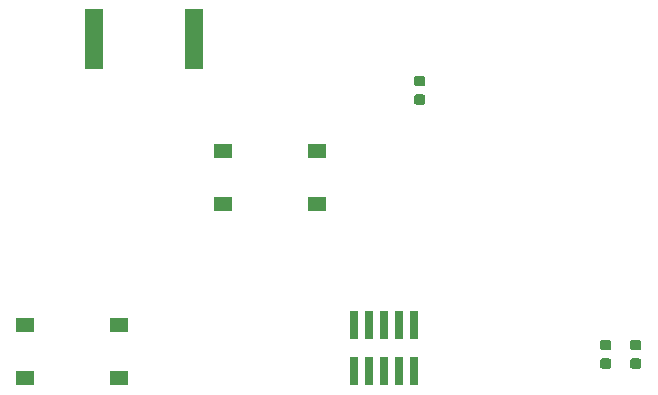
<source format=gbr>
G04 #@! TF.GenerationSoftware,KiCad,Pcbnew,(5.1.5)-3*
G04 #@! TF.CreationDate,2020-05-26T07:58:25-06:00*
G04 #@! TF.ProjectId,keeb,6b656562-2e6b-4696-9361-645f70636258,rev?*
G04 #@! TF.SameCoordinates,Original*
G04 #@! TF.FileFunction,Paste,Top*
G04 #@! TF.FilePolarity,Positive*
%FSLAX46Y46*%
G04 Gerber Fmt 4.6, Leading zero omitted, Abs format (unit mm)*
G04 Created by KiCad (PCBNEW (5.1.5)-3) date 2020-05-26 07:58:25*
%MOMM*%
%LPD*%
G04 APERTURE LIST*
%ADD10R,1.550000X1.300000*%
%ADD11C,0.150000*%
%ADD12R,1.500000X5.080000*%
%ADD13R,0.740000X2.400000*%
G04 APERTURE END LIST*
D10*
G04 #@! TO.C,SW70*
X42507000Y-68108000D03*
X50457000Y-68108000D03*
X42507000Y-72608000D03*
X50457000Y-72608000D03*
G04 #@! TD*
G04 #@! TO.C,SW1*
X67221000Y-57876000D03*
X59271000Y-57876000D03*
X67221000Y-53376000D03*
X59271000Y-53376000D03*
G04 #@! TD*
D11*
G04 #@! TO.C,D70*
G36*
X76223691Y-47036053D02*
G01*
X76244926Y-47039203D01*
X76265750Y-47044419D01*
X76285962Y-47051651D01*
X76305368Y-47060830D01*
X76323781Y-47071866D01*
X76341024Y-47084654D01*
X76356930Y-47099070D01*
X76371346Y-47114976D01*
X76384134Y-47132219D01*
X76395170Y-47150632D01*
X76404349Y-47170038D01*
X76411581Y-47190250D01*
X76416797Y-47211074D01*
X76419947Y-47232309D01*
X76421000Y-47253750D01*
X76421000Y-47691250D01*
X76419947Y-47712691D01*
X76416797Y-47733926D01*
X76411581Y-47754750D01*
X76404349Y-47774962D01*
X76395170Y-47794368D01*
X76384134Y-47812781D01*
X76371346Y-47830024D01*
X76356930Y-47845930D01*
X76341024Y-47860346D01*
X76323781Y-47873134D01*
X76305368Y-47884170D01*
X76285962Y-47893349D01*
X76265750Y-47900581D01*
X76244926Y-47905797D01*
X76223691Y-47908947D01*
X76202250Y-47910000D01*
X75689750Y-47910000D01*
X75668309Y-47908947D01*
X75647074Y-47905797D01*
X75626250Y-47900581D01*
X75606038Y-47893349D01*
X75586632Y-47884170D01*
X75568219Y-47873134D01*
X75550976Y-47860346D01*
X75535070Y-47845930D01*
X75520654Y-47830024D01*
X75507866Y-47812781D01*
X75496830Y-47794368D01*
X75487651Y-47774962D01*
X75480419Y-47754750D01*
X75475203Y-47733926D01*
X75472053Y-47712691D01*
X75471000Y-47691250D01*
X75471000Y-47253750D01*
X75472053Y-47232309D01*
X75475203Y-47211074D01*
X75480419Y-47190250D01*
X75487651Y-47170038D01*
X75496830Y-47150632D01*
X75507866Y-47132219D01*
X75520654Y-47114976D01*
X75535070Y-47099070D01*
X75550976Y-47084654D01*
X75568219Y-47071866D01*
X75586632Y-47060830D01*
X75606038Y-47051651D01*
X75626250Y-47044419D01*
X75647074Y-47039203D01*
X75668309Y-47036053D01*
X75689750Y-47035000D01*
X76202250Y-47035000D01*
X76223691Y-47036053D01*
G37*
G36*
X76223691Y-48611053D02*
G01*
X76244926Y-48614203D01*
X76265750Y-48619419D01*
X76285962Y-48626651D01*
X76305368Y-48635830D01*
X76323781Y-48646866D01*
X76341024Y-48659654D01*
X76356930Y-48674070D01*
X76371346Y-48689976D01*
X76384134Y-48707219D01*
X76395170Y-48725632D01*
X76404349Y-48745038D01*
X76411581Y-48765250D01*
X76416797Y-48786074D01*
X76419947Y-48807309D01*
X76421000Y-48828750D01*
X76421000Y-49266250D01*
X76419947Y-49287691D01*
X76416797Y-49308926D01*
X76411581Y-49329750D01*
X76404349Y-49349962D01*
X76395170Y-49369368D01*
X76384134Y-49387781D01*
X76371346Y-49405024D01*
X76356930Y-49420930D01*
X76341024Y-49435346D01*
X76323781Y-49448134D01*
X76305368Y-49459170D01*
X76285962Y-49468349D01*
X76265750Y-49475581D01*
X76244926Y-49480797D01*
X76223691Y-49483947D01*
X76202250Y-49485000D01*
X75689750Y-49485000D01*
X75668309Y-49483947D01*
X75647074Y-49480797D01*
X75626250Y-49475581D01*
X75606038Y-49468349D01*
X75586632Y-49459170D01*
X75568219Y-49448134D01*
X75550976Y-49435346D01*
X75535070Y-49420930D01*
X75520654Y-49405024D01*
X75507866Y-49387781D01*
X75496830Y-49369368D01*
X75487651Y-49349962D01*
X75480419Y-49329750D01*
X75475203Y-49308926D01*
X75472053Y-49287691D01*
X75471000Y-49266250D01*
X75471000Y-48828750D01*
X75472053Y-48807309D01*
X75475203Y-48786074D01*
X75480419Y-48765250D01*
X75487651Y-48745038D01*
X75496830Y-48725632D01*
X75507866Y-48707219D01*
X75520654Y-48689976D01*
X75535070Y-48674070D01*
X75550976Y-48659654D01*
X75568219Y-48646866D01*
X75586632Y-48635830D01*
X75606038Y-48626651D01*
X75626250Y-48619419D01*
X75647074Y-48614203D01*
X75668309Y-48611053D01*
X75689750Y-48610000D01*
X76202250Y-48610000D01*
X76223691Y-48611053D01*
G37*
G04 #@! TD*
D12*
G04 #@! TO.C,J2*
X56828000Y-43942000D03*
X48328000Y-43942000D03*
G04 #@! TD*
D13*
G04 #@! TO.C,J1*
X75438000Y-68154000D03*
X75438000Y-72054000D03*
X74168000Y-68154000D03*
X74168000Y-72054000D03*
X72898000Y-68154000D03*
X72898000Y-72054000D03*
X71628000Y-68154000D03*
X71628000Y-72054000D03*
X70358000Y-68154000D03*
X70358000Y-72054000D03*
G04 #@! TD*
D11*
G04 #@! TO.C,D71*
G36*
X94511691Y-69388053D02*
G01*
X94532926Y-69391203D01*
X94553750Y-69396419D01*
X94573962Y-69403651D01*
X94593368Y-69412830D01*
X94611781Y-69423866D01*
X94629024Y-69436654D01*
X94644930Y-69451070D01*
X94659346Y-69466976D01*
X94672134Y-69484219D01*
X94683170Y-69502632D01*
X94692349Y-69522038D01*
X94699581Y-69542250D01*
X94704797Y-69563074D01*
X94707947Y-69584309D01*
X94709000Y-69605750D01*
X94709000Y-70043250D01*
X94707947Y-70064691D01*
X94704797Y-70085926D01*
X94699581Y-70106750D01*
X94692349Y-70126962D01*
X94683170Y-70146368D01*
X94672134Y-70164781D01*
X94659346Y-70182024D01*
X94644930Y-70197930D01*
X94629024Y-70212346D01*
X94611781Y-70225134D01*
X94593368Y-70236170D01*
X94573962Y-70245349D01*
X94553750Y-70252581D01*
X94532926Y-70257797D01*
X94511691Y-70260947D01*
X94490250Y-70262000D01*
X93977750Y-70262000D01*
X93956309Y-70260947D01*
X93935074Y-70257797D01*
X93914250Y-70252581D01*
X93894038Y-70245349D01*
X93874632Y-70236170D01*
X93856219Y-70225134D01*
X93838976Y-70212346D01*
X93823070Y-70197930D01*
X93808654Y-70182024D01*
X93795866Y-70164781D01*
X93784830Y-70146368D01*
X93775651Y-70126962D01*
X93768419Y-70106750D01*
X93763203Y-70085926D01*
X93760053Y-70064691D01*
X93759000Y-70043250D01*
X93759000Y-69605750D01*
X93760053Y-69584309D01*
X93763203Y-69563074D01*
X93768419Y-69542250D01*
X93775651Y-69522038D01*
X93784830Y-69502632D01*
X93795866Y-69484219D01*
X93808654Y-69466976D01*
X93823070Y-69451070D01*
X93838976Y-69436654D01*
X93856219Y-69423866D01*
X93874632Y-69412830D01*
X93894038Y-69403651D01*
X93914250Y-69396419D01*
X93935074Y-69391203D01*
X93956309Y-69388053D01*
X93977750Y-69387000D01*
X94490250Y-69387000D01*
X94511691Y-69388053D01*
G37*
G36*
X94511691Y-70963053D02*
G01*
X94532926Y-70966203D01*
X94553750Y-70971419D01*
X94573962Y-70978651D01*
X94593368Y-70987830D01*
X94611781Y-70998866D01*
X94629024Y-71011654D01*
X94644930Y-71026070D01*
X94659346Y-71041976D01*
X94672134Y-71059219D01*
X94683170Y-71077632D01*
X94692349Y-71097038D01*
X94699581Y-71117250D01*
X94704797Y-71138074D01*
X94707947Y-71159309D01*
X94709000Y-71180750D01*
X94709000Y-71618250D01*
X94707947Y-71639691D01*
X94704797Y-71660926D01*
X94699581Y-71681750D01*
X94692349Y-71701962D01*
X94683170Y-71721368D01*
X94672134Y-71739781D01*
X94659346Y-71757024D01*
X94644930Y-71772930D01*
X94629024Y-71787346D01*
X94611781Y-71800134D01*
X94593368Y-71811170D01*
X94573962Y-71820349D01*
X94553750Y-71827581D01*
X94532926Y-71832797D01*
X94511691Y-71835947D01*
X94490250Y-71837000D01*
X93977750Y-71837000D01*
X93956309Y-71835947D01*
X93935074Y-71832797D01*
X93914250Y-71827581D01*
X93894038Y-71820349D01*
X93874632Y-71811170D01*
X93856219Y-71800134D01*
X93838976Y-71787346D01*
X93823070Y-71772930D01*
X93808654Y-71757024D01*
X93795866Y-71739781D01*
X93784830Y-71721368D01*
X93775651Y-71701962D01*
X93768419Y-71681750D01*
X93763203Y-71660926D01*
X93760053Y-71639691D01*
X93759000Y-71618250D01*
X93759000Y-71180750D01*
X93760053Y-71159309D01*
X93763203Y-71138074D01*
X93768419Y-71117250D01*
X93775651Y-71097038D01*
X93784830Y-71077632D01*
X93795866Y-71059219D01*
X93808654Y-71041976D01*
X93823070Y-71026070D01*
X93838976Y-71011654D01*
X93856219Y-70998866D01*
X93874632Y-70987830D01*
X93894038Y-70978651D01*
X93914250Y-70971419D01*
X93935074Y-70966203D01*
X93956309Y-70963053D01*
X93977750Y-70962000D01*
X94490250Y-70962000D01*
X94511691Y-70963053D01*
G37*
G04 #@! TD*
G04 #@! TO.C,D72*
G36*
X91971691Y-70963053D02*
G01*
X91992926Y-70966203D01*
X92013750Y-70971419D01*
X92033962Y-70978651D01*
X92053368Y-70987830D01*
X92071781Y-70998866D01*
X92089024Y-71011654D01*
X92104930Y-71026070D01*
X92119346Y-71041976D01*
X92132134Y-71059219D01*
X92143170Y-71077632D01*
X92152349Y-71097038D01*
X92159581Y-71117250D01*
X92164797Y-71138074D01*
X92167947Y-71159309D01*
X92169000Y-71180750D01*
X92169000Y-71618250D01*
X92167947Y-71639691D01*
X92164797Y-71660926D01*
X92159581Y-71681750D01*
X92152349Y-71701962D01*
X92143170Y-71721368D01*
X92132134Y-71739781D01*
X92119346Y-71757024D01*
X92104930Y-71772930D01*
X92089024Y-71787346D01*
X92071781Y-71800134D01*
X92053368Y-71811170D01*
X92033962Y-71820349D01*
X92013750Y-71827581D01*
X91992926Y-71832797D01*
X91971691Y-71835947D01*
X91950250Y-71837000D01*
X91437750Y-71837000D01*
X91416309Y-71835947D01*
X91395074Y-71832797D01*
X91374250Y-71827581D01*
X91354038Y-71820349D01*
X91334632Y-71811170D01*
X91316219Y-71800134D01*
X91298976Y-71787346D01*
X91283070Y-71772930D01*
X91268654Y-71757024D01*
X91255866Y-71739781D01*
X91244830Y-71721368D01*
X91235651Y-71701962D01*
X91228419Y-71681750D01*
X91223203Y-71660926D01*
X91220053Y-71639691D01*
X91219000Y-71618250D01*
X91219000Y-71180750D01*
X91220053Y-71159309D01*
X91223203Y-71138074D01*
X91228419Y-71117250D01*
X91235651Y-71097038D01*
X91244830Y-71077632D01*
X91255866Y-71059219D01*
X91268654Y-71041976D01*
X91283070Y-71026070D01*
X91298976Y-71011654D01*
X91316219Y-70998866D01*
X91334632Y-70987830D01*
X91354038Y-70978651D01*
X91374250Y-70971419D01*
X91395074Y-70966203D01*
X91416309Y-70963053D01*
X91437750Y-70962000D01*
X91950250Y-70962000D01*
X91971691Y-70963053D01*
G37*
G36*
X91971691Y-69388053D02*
G01*
X91992926Y-69391203D01*
X92013750Y-69396419D01*
X92033962Y-69403651D01*
X92053368Y-69412830D01*
X92071781Y-69423866D01*
X92089024Y-69436654D01*
X92104930Y-69451070D01*
X92119346Y-69466976D01*
X92132134Y-69484219D01*
X92143170Y-69502632D01*
X92152349Y-69522038D01*
X92159581Y-69542250D01*
X92164797Y-69563074D01*
X92167947Y-69584309D01*
X92169000Y-69605750D01*
X92169000Y-70043250D01*
X92167947Y-70064691D01*
X92164797Y-70085926D01*
X92159581Y-70106750D01*
X92152349Y-70126962D01*
X92143170Y-70146368D01*
X92132134Y-70164781D01*
X92119346Y-70182024D01*
X92104930Y-70197930D01*
X92089024Y-70212346D01*
X92071781Y-70225134D01*
X92053368Y-70236170D01*
X92033962Y-70245349D01*
X92013750Y-70252581D01*
X91992926Y-70257797D01*
X91971691Y-70260947D01*
X91950250Y-70262000D01*
X91437750Y-70262000D01*
X91416309Y-70260947D01*
X91395074Y-70257797D01*
X91374250Y-70252581D01*
X91354038Y-70245349D01*
X91334632Y-70236170D01*
X91316219Y-70225134D01*
X91298976Y-70212346D01*
X91283070Y-70197930D01*
X91268654Y-70182024D01*
X91255866Y-70164781D01*
X91244830Y-70146368D01*
X91235651Y-70126962D01*
X91228419Y-70106750D01*
X91223203Y-70085926D01*
X91220053Y-70064691D01*
X91219000Y-70043250D01*
X91219000Y-69605750D01*
X91220053Y-69584309D01*
X91223203Y-69563074D01*
X91228419Y-69542250D01*
X91235651Y-69522038D01*
X91244830Y-69502632D01*
X91255866Y-69484219D01*
X91268654Y-69466976D01*
X91283070Y-69451070D01*
X91298976Y-69436654D01*
X91316219Y-69423866D01*
X91334632Y-69412830D01*
X91354038Y-69403651D01*
X91374250Y-69396419D01*
X91395074Y-69391203D01*
X91416309Y-69388053D01*
X91437750Y-69387000D01*
X91950250Y-69387000D01*
X91971691Y-69388053D01*
G37*
G04 #@! TD*
M02*

</source>
